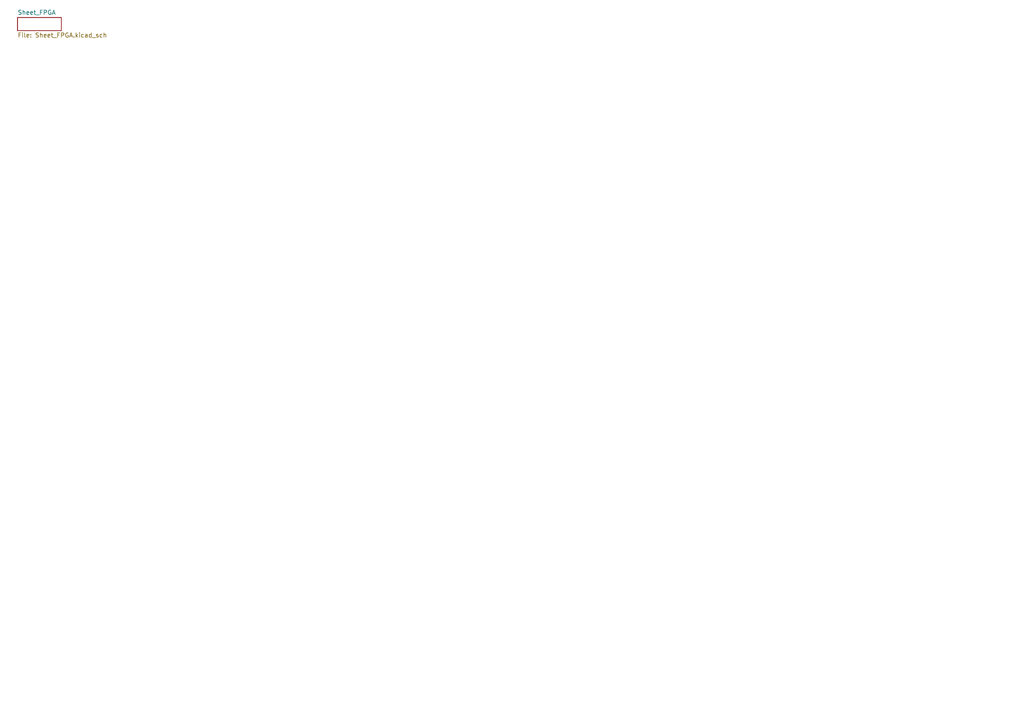
<source format=kicad_sch>
(kicad_sch
	(version 20231120)
	(generator "eeschema")
	(generator_version "8.0")
	(uuid "cce26ded-9549-4124-81ff-5ed9dbc86fc7")
	(paper "A4")
	(lib_symbols)
	(sheet
		(at 5.08 5.08)
		(size 12.7 3.81)
		(fields_autoplaced yes)
		(stroke
			(width 0)
			(type solid)
		)
		(fill
			(color 0 0 0 0.0000)
		)
		(uuid "3ceed5a1-9b0b-41fa-b05a-0f7169da911a")
		(property "Sheetname" "Sheet_FPGA"
			(at 5.08 4.3684 0)
			(effects
				(font
					(size 1.27 1.27)
				)
				(justify left bottom)
			)
		)
		(property "Sheetfile" "Sheet_FPGA.kicad_sch"
			(at 5.08 9.4746 0)
			(effects
				(font
					(size 1.27 1.27)
				)
				(justify left top)
			)
		)
		(instances
			(project "luma_cpu_v4"
				(path "/cce26ded-9549-4124-81ff-5ed9dbc86fc7"
					(page "2")
				)
			)
		)
	)
	(sheet_instances
		(path "/"
			(page "1")
		)
	)
)

</source>
